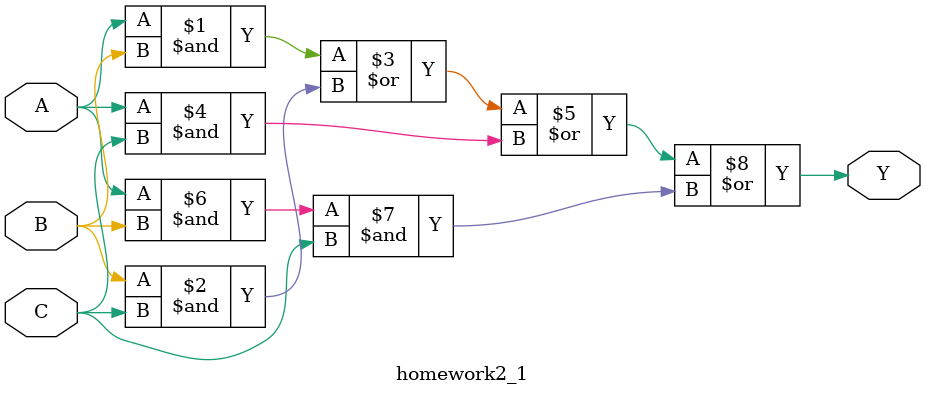
<source format=v>
module homework2_1(A,B,C,Y);
input A,B,C;
output Y;
assign Y=(A&B)|(B&C)|(A&C)|(A&B&C);
endmodule

</source>
